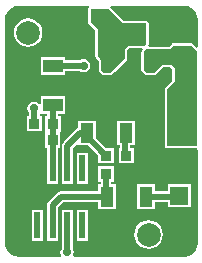
<source format=gtl>
%FSLAX42Y42*%
%MOMM*%
G71*
G01*
G75*
G04 Layer_Physical_Order=1*
G04 Layer_Color=255*
%ADD10R,0.60X1.55*%
%ADD11R,0.89X0.89*%
%ADD12R,0.89X0.89*%
%ADD13R,1.10X2.50*%
%ADD14C,0.56*%
%ADD15C,0.61*%
%ADD16C,0.72*%
%ADD17R,0.60X2.20*%
%ADD18R,1.10X1.70*%
%ADD19R,1.70X1.10*%
%ADD20C,0.50*%
%ADD21C,0.25*%
%ADD22C,2.00*%
%ADD23R,1.50X1.50*%
%ADD24C,1.50*%
%ADD25C,1.22*%
%ADD26C,0.70*%
G36*
X840Y350D02*
X860Y330D01*
Y10D01*
Y-460D01*
X850Y-470D01*
X610D01*
Y10D01*
X670Y70D01*
Y190D01*
Y190D01*
X640Y220D01*
X570D01*
Y220D01*
X520Y170D01*
X500Y150D01*
X430D01*
X410Y170D01*
Y330D01*
X430Y350D01*
X630D01*
X660Y380D01*
X810D01*
X840Y350D01*
D02*
G37*
G36*
X230Y570D02*
X430D01*
Y390D01*
X420Y380D01*
X280D01*
X270Y370D01*
X250Y350D01*
Y270D01*
X150Y170D01*
X130Y150D01*
X70D01*
X50Y170D01*
X50D01*
Y260D01*
X40Y270D01*
X20Y290D01*
Y470D01*
Y520D01*
X-40Y580D01*
Y690D01*
X110D01*
X230Y570D01*
D02*
G37*
G36*
X-650Y717D02*
Y717D01*
X-650Y717D01*
X-58D01*
X-54Y705D01*
X-54Y704D01*
X-59Y698D01*
X-60Y690D01*
Y580D01*
X-60Y580D01*
X-59Y572D01*
X-54Y566D01*
X-54Y566D01*
X-0Y512D01*
Y470D01*
Y290D01*
X1Y282D01*
X6Y276D01*
X26Y256D01*
X26Y256D01*
X30Y252D01*
Y170D01*
X31Y162D01*
X36Y156D01*
X36Y156D01*
X56Y136D01*
X62Y131D01*
X70Y130D01*
X130D01*
X138Y131D01*
X144Y136D01*
X164Y156D01*
X164Y156D01*
X264Y256D01*
X269Y262D01*
X270Y270D01*
Y342D01*
X284Y356D01*
X284Y356D01*
X288Y360D01*
X394D01*
X399Y348D01*
X396Y344D01*
X391Y338D01*
X390Y330D01*
Y170D01*
X391Y162D01*
X396Y156D01*
X416Y136D01*
X422Y131D01*
X430Y130D01*
X500D01*
X508Y131D01*
X514Y136D01*
X529Y150D01*
X530D01*
Y151D01*
X534Y156D01*
X578Y200D01*
X632D01*
X650Y182D01*
Y78D01*
X596Y24D01*
X591Y18D01*
X590Y10D01*
Y-470D01*
X591Y-478D01*
X596Y-484D01*
X602Y-489D01*
X610Y-490D01*
X850D01*
X850Y-490D01*
X857Y-489D01*
X859Y-491D01*
X867Y-502D01*
Y-1300D01*
X867Y-1301D01*
X863Y-1328D01*
X853Y-1353D01*
X836Y-1376D01*
X813Y-1393D01*
X788Y-1403D01*
X761Y-1407D01*
X760Y-1407D01*
X-185D01*
X-191Y-1395D01*
X-188Y-1391D01*
X-184Y-1370D01*
X-188Y-1349D01*
X-194Y-1340D01*
Y-1270D01*
X-187D01*
Y-1010D01*
X-287D01*
Y-1270D01*
X-286D01*
Y-1340D01*
X-292Y-1349D01*
X-296Y-1370D01*
X-292Y-1391D01*
X-289Y-1395D01*
X-295Y-1407D01*
X-650D01*
X-651Y-1407D01*
X-680Y-1403D01*
X-709Y-1391D01*
X-733Y-1373D01*
X-751Y-1349D01*
X-763Y-1320D01*
X-767Y-1291D01*
X-767Y-1290D01*
X-767D01*
X-767Y-1290D01*
Y600D01*
X-767Y601D01*
X-763Y630D01*
X-751Y659D01*
X-733Y683D01*
X-709Y701D01*
X-680Y713D01*
X-651Y717D01*
X-650Y717D01*
D02*
G37*
G36*
X780Y713D02*
X809Y701D01*
X833Y683D01*
X851Y659D01*
X863Y630D01*
X867Y601D01*
X867Y600D01*
X867D01*
X867Y600D01*
Y369D01*
X855Y364D01*
X854Y364D01*
X854Y364D01*
X824Y394D01*
X818Y399D01*
X810Y400D01*
X660D01*
X660Y400D01*
X652Y399D01*
X646Y394D01*
X646Y394D01*
X622Y370D01*
X454D01*
X448Y382D01*
X449Y382D01*
X450Y390D01*
Y570D01*
X449Y578D01*
X444Y584D01*
X438Y589D01*
X430Y590D01*
X238D01*
X124Y704D01*
X124Y705D01*
X128Y717D01*
X750D01*
X751Y717D01*
X780Y713D01*
D02*
G37*
%LPC*%
G36*
X154Y-643D02*
X25D01*
Y-772D01*
X44D01*
Y-795D01*
X25D01*
Y-854D01*
X-290D01*
X-308Y-858D01*
X-322Y-868D01*
X-396Y-941D01*
X-406Y-956D01*
X-409Y-973D01*
Y-1010D01*
X-414D01*
Y-1270D01*
X-313D01*
Y-1010D01*
X-318D01*
Y-993D01*
X-271Y-946D01*
X25D01*
Y-1005D01*
X175D01*
Y-795D01*
X136D01*
Y-772D01*
X154D01*
Y-643D01*
D02*
G37*
G36*
X805Y-795D02*
X615D01*
Y-854D01*
X505D01*
Y-795D01*
X355D01*
Y-1005D01*
X505D01*
Y-946D01*
X615D01*
Y-985D01*
X805D01*
Y-795D01*
D02*
G37*
G36*
X-60Y-1010D02*
X-160D01*
Y-1270D01*
X-60D01*
Y-1010D01*
D02*
G37*
G36*
X450Y-1099D02*
X419Y-1103D01*
X389Y-1115D01*
X364Y-1134D01*
X345Y-1159D01*
X333Y-1189D01*
X329Y-1220D01*
X333Y-1251D01*
X345Y-1281D01*
X364Y-1306D01*
X389Y-1325D01*
X419Y-1337D01*
X450Y-1341D01*
X481Y-1337D01*
X511Y-1325D01*
X536Y-1306D01*
X555Y-1281D01*
X567Y-1251D01*
X571Y-1220D01*
X567Y-1189D01*
X555Y-1159D01*
X536Y-1134D01*
X511Y-1115D01*
X481Y-1103D01*
X450Y-1099D01*
D02*
G37*
G36*
X-441Y-1010D02*
X-541D01*
Y-1270D01*
X-441D01*
Y-1010D01*
D02*
G37*
G36*
X-255Y-45D02*
X-465D01*
Y-111D01*
X-477Y-115D01*
X-480Y-110D01*
X-499Y-98D01*
X-520Y-94D01*
X-541Y-98D01*
X-560Y-110D01*
X-572Y-129D01*
X-576Y-150D01*
X-572Y-171D01*
X-563Y-184D01*
Y-215D01*
X-582D01*
Y-344D01*
X-453D01*
Y-215D01*
X-472D01*
Y-195D01*
X-465D01*
Y-195D01*
X-409D01*
Y-215D01*
X-424D01*
Y-344D01*
X-424D01*
Y-353D01*
X-427Y-356D01*
X-427D01*
Y-484D01*
X-409D01*
Y-530D01*
X-414D01*
Y-790D01*
X-313D01*
Y-530D01*
X-318D01*
Y-484D01*
X-298D01*
Y-356D01*
X-298D01*
Y-347D01*
X-295Y-344D01*
X-295D01*
Y-215D01*
X-318D01*
Y-195D01*
X-255D01*
Y-45D01*
D02*
G37*
G36*
Y285D02*
X-465D01*
Y135D01*
X-255D01*
Y164D01*
X-132D01*
X-122Y157D01*
X-100Y153D01*
X-78Y157D01*
X-60Y170D01*
X-47Y188D01*
X-43Y210D01*
X-47Y232D01*
X-60Y250D01*
X-78Y263D01*
X-100Y267D01*
X-122Y263D01*
X-132Y256D01*
X-255D01*
Y285D01*
D02*
G37*
G36*
X-570Y611D02*
X-601Y607D01*
X-631Y595D01*
X-656Y576D01*
X-675Y551D01*
X-687Y521D01*
X-691Y490D01*
X-687Y459D01*
X-675Y429D01*
X-656Y404D01*
X-631Y385D01*
X-601Y373D01*
X-570Y369D01*
X-539Y373D01*
X-509Y385D01*
X-484Y404D01*
X-465Y429D01*
X-453Y459D01*
X-449Y490D01*
X-453Y521D01*
X-465Y551D01*
X-484Y576D01*
X-509Y595D01*
X-539Y607D01*
X-570Y611D01*
D02*
G37*
G36*
X-60Y-530D02*
X-160D01*
Y-790D01*
X-60D01*
Y-530D01*
D02*
G37*
G36*
X335Y-255D02*
X185D01*
Y-465D01*
X204D01*
Y-488D01*
X196D01*
Y-617D01*
X324D01*
Y-488D01*
X296D01*
Y-465D01*
X335D01*
Y-255D01*
D02*
G37*
G36*
X5D02*
X-145D01*
Y-317D01*
X-148Y-318D01*
X-162Y-328D01*
X-269Y-434D01*
X-279Y-449D01*
X-282Y-466D01*
Y-530D01*
X-287D01*
Y-790D01*
X-187D01*
Y-530D01*
X-191D01*
Y-486D01*
X-157Y-452D01*
X-145Y-456D01*
Y-465D01*
X-60D01*
X25Y-550D01*
Y-614D01*
X154D01*
Y-486D01*
X90D01*
X5Y-400D01*
Y-255D01*
D02*
G37*
%LPD*%
D10*
X575Y472D02*
D03*
X385D02*
D03*
X480Y247D02*
D03*
D11*
X750Y460D02*
D03*
Y303D02*
D03*
X90Y-550D02*
D03*
Y-707D02*
D03*
X260Y-710D02*
D03*
Y-553D02*
D03*
D12*
X-140Y630D02*
D03*
X17D02*
D03*
X-360Y-280D02*
D03*
X-518D02*
D03*
X-520Y-420D02*
D03*
X-362D02*
D03*
D13*
X430Y-70D02*
D03*
X760D02*
D03*
D14*
X98Y-64D02*
D03*
X-105D02*
D03*
D15*
X-3Y210D02*
D03*
D16*
X93D02*
D03*
X-100D02*
D03*
D17*
X-110Y-660D02*
D03*
X-237D02*
D03*
X-363D02*
D03*
X-491D02*
D03*
X-110Y-1140D02*
D03*
X-237D02*
D03*
X-363D02*
D03*
X-491D02*
D03*
D18*
X430Y-900D02*
D03*
X100D02*
D03*
X90Y420D02*
D03*
X-240D02*
D03*
X260Y-360D02*
D03*
X-70D02*
D03*
D19*
X-360Y210D02*
D03*
Y-120D02*
D03*
D20*
X-518Y-280D02*
Y-162D01*
X-240Y-1370D02*
Y-1144D01*
X-360Y210D02*
X-100D01*
X250Y-543D02*
X260Y-553D01*
X250Y-543D02*
Y-360D01*
X700Y-900D02*
X710Y-890D01*
X430Y-900D02*
X700D01*
X-290D02*
X100D01*
X-363Y-973D02*
X-290Y-900D01*
X-363Y-1140D02*
Y-973D01*
X90Y-890D02*
Y-707D01*
X-100Y-360D02*
X90Y-550D01*
X-130Y-360D02*
X-100D01*
X-237Y-466D02*
X-130Y-360D01*
X-237Y-660D02*
Y-466D01*
X-363Y-660D02*
Y-124D01*
D21*
X-360Y-120D01*
D22*
X450Y-1220D02*
D03*
X-570Y490D02*
D03*
D23*
X710Y-890D02*
D03*
D24*
Y-636D02*
D03*
Y-382D02*
D03*
D25*
X-3Y-0D02*
D03*
D26*
X-670Y-50D02*
D03*
Y60D02*
D03*
Y180D02*
D03*
X690Y630D02*
D03*
X600D02*
D03*
X-520Y-150D02*
D03*
X-240Y-1370D02*
D03*
M02*

</source>
